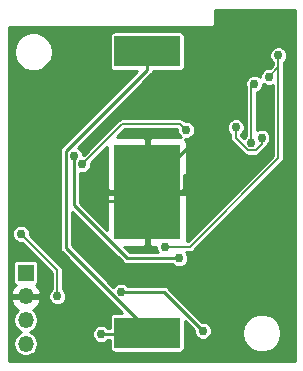
<source format=gbr>
G04 #@! TF.GenerationSoftware,KiCad,Pcbnew,(5.0.2)-1*
G04 #@! TF.CreationDate,2019-06-13T12:32:46-04:00*
G04 #@! TF.ProjectId,BlueNRG-SPBTLE-1S ACM,426c7565-4e52-4472-9d53-5042544c452d,rev?*
G04 #@! TF.SameCoordinates,Original*
G04 #@! TF.FileFunction,Copper,L2,Bot*
G04 #@! TF.FilePolarity,Positive*
%FSLAX46Y46*%
G04 Gerber Fmt 4.6, Leading zero omitted, Abs format (unit mm)*
G04 Created by KiCad (PCBNEW (5.0.2)-1) date 6/13/2019 12:32:46 PM*
%MOMM*%
%LPD*%
G01*
G04 APERTURE LIST*
G04 #@! TA.AperFunction,SMDPad,CuDef*
%ADD10R,5.560000X8.000000*%
G04 #@! TD*
G04 #@! TA.AperFunction,SMDPad,CuDef*
%ADD11R,5.560000X2.600000*%
G04 #@! TD*
G04 #@! TA.AperFunction,ComponentPad*
%ADD12R,1.350000X1.350000*%
G04 #@! TD*
G04 #@! TA.AperFunction,ComponentPad*
%ADD13O,1.350000X1.350000*%
G04 #@! TD*
G04 #@! TA.AperFunction,ViaPad*
%ADD14C,0.762000*%
G04 #@! TD*
G04 #@! TA.AperFunction,Conductor*
%ADD15C,0.254000*%
G04 #@! TD*
G04 #@! TA.AperFunction,Conductor*
%ADD16C,0.160000*%
G04 #@! TD*
G04 APERTURE END LIST*
D10*
G04 #@! TO.P,BT1,2*
G04 #@! TO.N,GND*
X150114000Y-82329000D03*
D11*
G04 #@! TO.P,BT1,1*
G04 #@! TO.N,Net-(BT1-Pad1)*
X150114000Y-94234000D03*
X150114000Y-70424000D03*
G04 #@! TD*
D12*
G04 #@! TO.P,J1,1*
G04 #@! TO.N,Vdd*
X139822000Y-89158000D03*
D13*
G04 #@! TO.P,J1,2*
G04 #@! TO.N,GND*
X139822000Y-91158000D03*
G04 #@! TO.P,J1,3*
G04 #@! TO.N,JTMS-SWTDIO*
X139822000Y-93158000D03*
G04 #@! TO.P,J1,4*
G04 #@! TO.N,JTCK-SWCTK*
X139822000Y-95158000D03*
G04 #@! TD*
D14*
G04 #@! TO.N,GND*
X142522000Y-77258000D03*
X142322000Y-83058000D03*
X146322000Y-83058000D03*
X159722000Y-75858000D03*
X154722000Y-77358000D03*
X153922000Y-73058000D03*
X152322000Y-77358000D03*
X160322000Y-87758000D03*
X142122000Y-94558000D03*
X157022000Y-80058000D03*
X154822000Y-82158000D03*
G04 #@! TO.N,Vdd*
X152822000Y-87958000D03*
X143922000Y-79258000D03*
G04 #@! TO.N,Net-(C5-Pad1)*
X160443000Y-72558000D03*
X161222000Y-70758000D03*
X151622000Y-86958000D03*
G04 #@! TO.N,JTMS-SWTDIO*
X142522000Y-91158000D03*
X139422000Y-85858000D03*
X144622000Y-79958000D03*
X153422000Y-77058000D03*
G04 #@! TO.N,SPI_CLK*
X159822000Y-77758000D03*
X157622000Y-76858000D03*
G04 #@! TO.N,SPI_OUT*
X158935114Y-78171114D03*
X159201000Y-73158000D03*
G04 #@! TO.N,Net-(BT1-Pad1)*
X146222000Y-94358000D03*
G04 #@! TO.N,Net-(C6-Pad2)*
X154822000Y-94058000D03*
X147922000Y-90758000D03*
G04 #@! TD*
D15*
G04 #@! TO.N,GND*
X142522000Y-77258000D02*
X142522000Y-82858000D01*
X142522000Y-82858000D02*
X142322000Y-83058000D01*
X160490001Y-76626001D02*
X160490001Y-78147844D01*
X159722000Y-75858000D02*
X160490001Y-76626001D01*
X157022000Y-80596815D02*
X156879845Y-80738970D01*
X160490001Y-78147844D02*
X156879845Y-81758000D01*
X150114000Y-81966000D02*
X150114000Y-82329000D01*
X154722000Y-77358000D02*
X150114000Y-81966000D01*
X157022000Y-80058000D02*
X157022000Y-80596815D01*
X150114000Y-82329000D02*
X152993000Y-82329000D01*
X152993000Y-82329000D02*
X153222000Y-82100000D01*
X153222000Y-82100000D02*
X153222000Y-80858000D01*
X153222000Y-80858000D02*
X156879845Y-80858000D01*
X156879845Y-80738970D02*
X156879845Y-80858000D01*
X156879845Y-80858000D02*
X156879845Y-81758000D01*
X149385000Y-83058000D02*
X150114000Y-82329000D01*
X146322000Y-83058000D02*
X149385000Y-83058000D01*
G04 #@! TO.N,Vdd*
X148422000Y-87958000D02*
X143922000Y-83458000D01*
X152822000Y-87958000D02*
X148422000Y-87958000D01*
X143922000Y-83458000D02*
X143922000Y-79258000D01*
X143922000Y-79258000D02*
X143922000Y-79258000D01*
D16*
G04 #@! TO.N,Net-(C5-Pad1)*
X160443000Y-72558000D02*
X161222000Y-71779000D01*
X161222000Y-71779000D02*
X161222000Y-70758000D01*
X161222000Y-71296815D02*
X161222000Y-70758000D01*
X161222000Y-79458000D02*
X161222000Y-71296815D01*
X153722000Y-86958000D02*
X161222000Y-79458000D01*
X151622000Y-86958000D02*
X153722000Y-86958000D01*
G04 #@! TO.N,JTMS-SWTDIO*
X142522000Y-91158000D02*
X142522000Y-88958000D01*
X142522000Y-88958000D02*
X139422000Y-85858000D01*
X152922000Y-76558000D02*
X153422000Y-77058000D01*
X144622000Y-79958000D02*
X148022000Y-76558000D01*
X148022000Y-76558000D02*
X152922000Y-76558000D01*
G04 #@! TO.N,SPI_CLK*
X157622000Y-77777082D02*
X157622000Y-76858000D01*
X158637033Y-78792115D02*
X157622000Y-77777082D01*
X159326700Y-78792115D02*
X158637033Y-78792115D01*
X159822000Y-77758000D02*
X159822000Y-78296815D01*
X159822000Y-78296815D02*
X159326700Y-78792115D01*
G04 #@! TO.N,SPI_OUT*
X158935114Y-78171114D02*
X158935114Y-73423886D01*
X158935114Y-73423886D02*
X159201000Y-73158000D01*
D15*
G04 #@! TO.N,Net-(BT1-Pad1)*
X149990000Y-94358000D02*
X150114000Y-94234000D01*
X146222000Y-94358000D02*
X149990000Y-94358000D01*
X150114000Y-93938642D02*
X143222000Y-87046642D01*
X150114000Y-94234000D02*
X150114000Y-93938642D01*
X150114000Y-71978000D02*
X150114000Y-70424000D01*
X143222000Y-78870000D02*
X150114000Y-71978000D01*
X143222000Y-87046642D02*
X143222000Y-78870000D01*
G04 #@! TO.N,Net-(C6-Pad2)*
X154822000Y-94058000D02*
X151522000Y-90758000D01*
X151522000Y-90758000D02*
X147922000Y-90758000D01*
G04 #@! TD*
G04 #@! TO.N,GND*
G36*
X162606301Y-96606300D02*
X138393700Y-96606300D01*
X138393700Y-91487400D01*
X138554090Y-91487400D01*
X138692522Y-91821633D01*
X139032460Y-92203349D01*
X139216650Y-92292442D01*
X139060667Y-92396667D01*
X138827270Y-92745969D01*
X138745312Y-93158000D01*
X138827270Y-93570031D01*
X139060667Y-93919333D01*
X139409969Y-94152730D01*
X139436463Y-94158000D01*
X139409969Y-94163270D01*
X139060667Y-94396667D01*
X138827270Y-94745969D01*
X138745312Y-95158000D01*
X138827270Y-95570031D01*
X139060667Y-95919333D01*
X139409969Y-96152730D01*
X139717994Y-96214000D01*
X139926006Y-96214000D01*
X140234031Y-96152730D01*
X140583333Y-95919333D01*
X140816730Y-95570031D01*
X140898688Y-95158000D01*
X140816730Y-94745969D01*
X140583333Y-94396667D01*
X140234031Y-94163270D01*
X140207537Y-94158000D01*
X140234031Y-94152730D01*
X140583333Y-93919333D01*
X140816730Y-93570031D01*
X140898688Y-93158000D01*
X140816730Y-92745969D01*
X140583333Y-92396667D01*
X140427350Y-92292442D01*
X140611540Y-92203349D01*
X140951478Y-91821633D01*
X141089910Y-91487400D01*
X140966224Y-91285000D01*
X139949000Y-91285000D01*
X139949000Y-91305000D01*
X139695000Y-91305000D01*
X139695000Y-91285000D01*
X138677776Y-91285000D01*
X138554090Y-91487400D01*
X138393700Y-91487400D01*
X138393700Y-90828600D01*
X138554090Y-90828600D01*
X138677776Y-91031000D01*
X139695000Y-91031000D01*
X139695000Y-91011000D01*
X139949000Y-91011000D01*
X139949000Y-91031000D01*
X140966224Y-91031000D01*
X141089910Y-90828600D01*
X140951478Y-90494367D01*
X140668512Y-90176624D01*
X140771686Y-90107686D01*
X140855894Y-89981659D01*
X140885464Y-89833000D01*
X140885464Y-88483000D01*
X140855894Y-88334341D01*
X140771686Y-88208314D01*
X140645659Y-88124106D01*
X140497000Y-88094536D01*
X139147000Y-88094536D01*
X138998341Y-88124106D01*
X138872314Y-88208314D01*
X138788106Y-88334341D01*
X138758536Y-88483000D01*
X138758536Y-89833000D01*
X138788106Y-89981659D01*
X138872314Y-90107686D01*
X138975488Y-90176624D01*
X138692522Y-90494367D01*
X138554090Y-90828600D01*
X138393700Y-90828600D01*
X138393700Y-85706429D01*
X138660000Y-85706429D01*
X138660000Y-86009571D01*
X138776008Y-86289638D01*
X138990362Y-86503992D01*
X139270429Y-86620000D01*
X139532048Y-86620000D01*
X142061001Y-89148954D01*
X142061000Y-90541370D01*
X141876008Y-90726362D01*
X141760000Y-91006429D01*
X141760000Y-91309571D01*
X141876008Y-91589638D01*
X142090362Y-91803992D01*
X142370429Y-91920000D01*
X142673571Y-91920000D01*
X142953638Y-91803992D01*
X143167992Y-91589638D01*
X143284000Y-91309571D01*
X143284000Y-91006429D01*
X143167992Y-90726362D01*
X142983000Y-90541370D01*
X142983000Y-89003396D01*
X142992030Y-88957999D01*
X142983000Y-88912602D01*
X142983000Y-88912598D01*
X142956252Y-88778127D01*
X142854362Y-88625638D01*
X142815874Y-88599921D01*
X140184000Y-85968048D01*
X140184000Y-85706429D01*
X140067992Y-85426362D01*
X139853638Y-85212008D01*
X139573571Y-85096000D01*
X139270429Y-85096000D01*
X138990362Y-85212008D01*
X138776008Y-85426362D01*
X138660000Y-85706429D01*
X138393700Y-85706429D01*
X138393700Y-78870000D01*
X142704049Y-78870000D01*
X142714001Y-78920033D01*
X142714000Y-86996614D01*
X142704049Y-87046642D01*
X142714000Y-87096670D01*
X142714000Y-87096673D01*
X142743475Y-87244853D01*
X142788347Y-87312008D01*
X142855753Y-87412889D01*
X142898168Y-87441230D01*
X148002473Y-92545536D01*
X147334000Y-92545536D01*
X147185341Y-92575106D01*
X147059314Y-92659314D01*
X146975106Y-92785341D01*
X146945536Y-92934000D01*
X146945536Y-93850000D01*
X146791630Y-93850000D01*
X146653638Y-93712008D01*
X146373571Y-93596000D01*
X146070429Y-93596000D01*
X145790362Y-93712008D01*
X145576008Y-93926362D01*
X145460000Y-94206429D01*
X145460000Y-94509571D01*
X145576008Y-94789638D01*
X145790362Y-95003992D01*
X146070429Y-95120000D01*
X146373571Y-95120000D01*
X146653638Y-95003992D01*
X146791630Y-94866000D01*
X146945536Y-94866000D01*
X146945536Y-95534000D01*
X146975106Y-95682659D01*
X147059314Y-95808686D01*
X147185341Y-95892894D01*
X147334000Y-95922464D01*
X152894000Y-95922464D01*
X153042659Y-95892894D01*
X153168686Y-95808686D01*
X153252894Y-95682659D01*
X153282464Y-95534000D01*
X153282464Y-93236885D01*
X154060000Y-94014421D01*
X154060000Y-94209571D01*
X154176008Y-94489638D01*
X154390362Y-94703992D01*
X154670429Y-94820000D01*
X154973571Y-94820000D01*
X155253638Y-94703992D01*
X155467992Y-94489638D01*
X155563939Y-94258000D01*
X158158300Y-94258000D01*
X158258633Y-94827019D01*
X158547532Y-95327406D01*
X158990150Y-95698806D01*
X159533102Y-95896425D01*
X160110898Y-95896425D01*
X160653850Y-95698806D01*
X161096468Y-95327406D01*
X161385367Y-94827019D01*
X161485700Y-94258000D01*
X161385367Y-93688981D01*
X161096468Y-93188594D01*
X160653850Y-92817194D01*
X160110898Y-92619575D01*
X159533102Y-92619575D01*
X158990150Y-92817194D01*
X158547532Y-93188594D01*
X158258633Y-93688981D01*
X158158300Y-94258000D01*
X155563939Y-94258000D01*
X155584000Y-94209571D01*
X155584000Y-93906429D01*
X155467992Y-93626362D01*
X155253638Y-93412008D01*
X154973571Y-93296000D01*
X154778421Y-93296000D01*
X151916588Y-90434168D01*
X151888247Y-90391753D01*
X151720212Y-90279475D01*
X151572032Y-90250000D01*
X151572028Y-90250000D01*
X151522000Y-90240049D01*
X151471972Y-90250000D01*
X148491630Y-90250000D01*
X148353638Y-90112008D01*
X148073571Y-89996000D01*
X147770429Y-89996000D01*
X147490362Y-90112008D01*
X147276008Y-90326362D01*
X147259645Y-90365866D01*
X143730000Y-86836222D01*
X143730000Y-83984420D01*
X148027414Y-88281835D01*
X148055753Y-88324247D01*
X148098165Y-88352586D01*
X148098167Y-88352588D01*
X148223788Y-88436525D01*
X148371968Y-88466000D01*
X148371971Y-88466000D01*
X148421999Y-88475951D01*
X148472027Y-88466000D01*
X152252370Y-88466000D01*
X152390362Y-88603992D01*
X152670429Y-88720000D01*
X152973571Y-88720000D01*
X153253638Y-88603992D01*
X153467992Y-88389638D01*
X153584000Y-88109571D01*
X153584000Y-87806429D01*
X153467992Y-87526362D01*
X153360630Y-87419000D01*
X153676603Y-87419000D01*
X153722000Y-87428030D01*
X153767397Y-87419000D01*
X153767402Y-87419000D01*
X153901873Y-87392252D01*
X154054362Y-87290362D01*
X154080081Y-87251871D01*
X161515872Y-79816080D01*
X161554362Y-79790362D01*
X161656252Y-79637873D01*
X161683000Y-79503402D01*
X161683000Y-79503401D01*
X161692031Y-79458000D01*
X161683000Y-79412598D01*
X161683000Y-71824398D01*
X161692030Y-71779001D01*
X161683000Y-71733604D01*
X161683000Y-71374630D01*
X161867992Y-71189638D01*
X161984000Y-70909571D01*
X161984000Y-70606429D01*
X161867992Y-70326362D01*
X161653638Y-70112008D01*
X161373571Y-69996000D01*
X161070429Y-69996000D01*
X160790362Y-70112008D01*
X160576008Y-70326362D01*
X160460000Y-70606429D01*
X160460000Y-70909571D01*
X160576008Y-71189638D01*
X160761000Y-71374630D01*
X160761000Y-71588047D01*
X160553047Y-71796000D01*
X160291429Y-71796000D01*
X160011362Y-71912008D01*
X159797008Y-72126362D01*
X159681000Y-72406429D01*
X159681000Y-72560370D01*
X159632638Y-72512008D01*
X159352571Y-72396000D01*
X159049429Y-72396000D01*
X158769362Y-72512008D01*
X158555008Y-72726362D01*
X158439000Y-73006429D01*
X158439000Y-73309571D01*
X158471984Y-73389200D01*
X158465084Y-73423886D01*
X158474115Y-73469288D01*
X158474114Y-77554484D01*
X158289122Y-77739476D01*
X158273664Y-77776794D01*
X158083000Y-77586130D01*
X158083000Y-77474630D01*
X158267992Y-77289638D01*
X158384000Y-77009571D01*
X158384000Y-76706429D01*
X158267992Y-76426362D01*
X158053638Y-76212008D01*
X157773571Y-76096000D01*
X157470429Y-76096000D01*
X157190362Y-76212008D01*
X156976008Y-76426362D01*
X156860000Y-76706429D01*
X156860000Y-77009571D01*
X156976008Y-77289638D01*
X157161000Y-77474630D01*
X157161000Y-77731685D01*
X157151970Y-77777082D01*
X157161000Y-77822479D01*
X157161000Y-77822483D01*
X157187748Y-77956954D01*
X157289638Y-78109444D01*
X157328129Y-78135163D01*
X158278952Y-79085986D01*
X158304671Y-79124477D01*
X158457160Y-79226367D01*
X158591631Y-79253115D01*
X158591635Y-79253115D01*
X158637032Y-79262145D01*
X158682429Y-79253115D01*
X159281303Y-79253115D01*
X159326700Y-79262145D01*
X159372097Y-79253115D01*
X159372102Y-79253115D01*
X159506573Y-79226367D01*
X159659062Y-79124477D01*
X159684780Y-79085987D01*
X160115874Y-78654894D01*
X160154362Y-78629177D01*
X160256252Y-78476688D01*
X160274952Y-78382678D01*
X160467992Y-78189638D01*
X160584000Y-77909571D01*
X160584000Y-77606429D01*
X160467992Y-77326362D01*
X160253638Y-77112008D01*
X159973571Y-76996000D01*
X159670429Y-76996000D01*
X159396114Y-77109625D01*
X159396114Y-73901964D01*
X159632638Y-73803992D01*
X159846992Y-73589638D01*
X159963000Y-73309571D01*
X159963000Y-73155630D01*
X160011362Y-73203992D01*
X160291429Y-73320000D01*
X160594571Y-73320000D01*
X160761001Y-73251062D01*
X160761000Y-79267048D01*
X153531048Y-86497000D01*
X153511731Y-86497000D01*
X153529000Y-86455309D01*
X153529000Y-82614750D01*
X153370250Y-82456000D01*
X150241000Y-82456000D01*
X150241000Y-86805250D01*
X150399750Y-86964000D01*
X150860000Y-86964000D01*
X150860000Y-87109571D01*
X150976008Y-87389638D01*
X151036370Y-87450000D01*
X148632421Y-87450000D01*
X148146421Y-86964000D01*
X149828250Y-86964000D01*
X149987000Y-86805250D01*
X149987000Y-82456000D01*
X146857750Y-82456000D01*
X146699000Y-82614750D01*
X146699000Y-85516579D01*
X144430000Y-83247580D01*
X144430000Y-80703254D01*
X144470429Y-80720000D01*
X144773571Y-80720000D01*
X145053638Y-80603992D01*
X145267992Y-80389638D01*
X145384000Y-80109571D01*
X145384000Y-79847952D01*
X146699000Y-78532953D01*
X146699000Y-82043250D01*
X146857750Y-82202000D01*
X149987000Y-82202000D01*
X149987000Y-77852750D01*
X149828250Y-77694000D01*
X147537953Y-77694000D01*
X148212953Y-77019000D01*
X152660000Y-77019000D01*
X152660000Y-77209571D01*
X152776008Y-77489638D01*
X152980370Y-77694000D01*
X150399750Y-77694000D01*
X150241000Y-77852750D01*
X150241000Y-82202000D01*
X153370250Y-82202000D01*
X153529000Y-82043250D01*
X153529000Y-78202691D01*
X153432327Y-77969302D01*
X153283026Y-77820000D01*
X153573571Y-77820000D01*
X153853638Y-77703992D01*
X154067992Y-77489638D01*
X154184000Y-77209571D01*
X154184000Y-76906429D01*
X154067992Y-76626362D01*
X153853638Y-76412008D01*
X153573571Y-76296000D01*
X153311952Y-76296000D01*
X153280080Y-76264128D01*
X153254362Y-76225638D01*
X153101873Y-76123748D01*
X152967402Y-76097000D01*
X152967397Y-76097000D01*
X152922000Y-76087970D01*
X152876603Y-76097000D01*
X148067396Y-76097000D01*
X148021999Y-76087970D01*
X147976602Y-76097000D01*
X147976598Y-76097000D01*
X147842127Y-76123748D01*
X147842125Y-76123749D01*
X147842126Y-76123749D01*
X147728127Y-76199920D01*
X147728126Y-76199921D01*
X147689638Y-76225638D01*
X147663921Y-76264126D01*
X144732048Y-79196000D01*
X144684000Y-79196000D01*
X144684000Y-79106429D01*
X144567992Y-78826362D01*
X144353638Y-78612008D01*
X144243877Y-78566543D01*
X150437836Y-72372585D01*
X150480247Y-72344247D01*
X150508586Y-72301835D01*
X150508588Y-72301833D01*
X150592525Y-72176212D01*
X150605205Y-72112464D01*
X152894000Y-72112464D01*
X153042659Y-72082894D01*
X153168686Y-71998686D01*
X153252894Y-71872659D01*
X153282464Y-71724000D01*
X153282464Y-69124000D01*
X153252894Y-68975341D01*
X153168686Y-68849314D01*
X153042659Y-68765106D01*
X152894000Y-68735536D01*
X147334000Y-68735536D01*
X147185341Y-68765106D01*
X147059314Y-68849314D01*
X146975106Y-68975341D01*
X146945536Y-69124000D01*
X146945536Y-71724000D01*
X146975106Y-71872659D01*
X147059314Y-71998686D01*
X147185341Y-72082894D01*
X147334000Y-72112464D01*
X149261115Y-72112464D01*
X142898166Y-78475414D01*
X142855754Y-78503753D01*
X142827415Y-78546165D01*
X142827412Y-78546168D01*
X142743475Y-78671789D01*
X142704049Y-78870000D01*
X138393700Y-78870000D01*
X138393700Y-70458000D01*
X138798300Y-70458000D01*
X138898633Y-71027019D01*
X139187532Y-71527406D01*
X139630150Y-71898806D01*
X140173102Y-72096425D01*
X140750898Y-72096425D01*
X141293850Y-71898806D01*
X141736468Y-71527406D01*
X142025367Y-71027019D01*
X142125700Y-70458000D01*
X142025367Y-69888981D01*
X141736468Y-69388594D01*
X141293850Y-69017194D01*
X140750898Y-68819575D01*
X140173102Y-68819575D01*
X139630150Y-69017194D01*
X139187532Y-69388594D01*
X138898633Y-69888981D01*
X138798300Y-70458000D01*
X138393700Y-70458000D01*
X138393700Y-68393700D01*
X155461225Y-68393700D01*
X155500000Y-68401413D01*
X155653614Y-68370857D01*
X155783842Y-68283842D01*
X155870857Y-68153614D01*
X155893700Y-68038776D01*
X155901413Y-68000000D01*
X155893700Y-67961224D01*
X155893700Y-66893700D01*
X162606300Y-66893700D01*
X162606301Y-96606300D01*
X162606301Y-96606300D01*
G37*
X162606301Y-96606300D02*
X138393700Y-96606300D01*
X138393700Y-91487400D01*
X138554090Y-91487400D01*
X138692522Y-91821633D01*
X139032460Y-92203349D01*
X139216650Y-92292442D01*
X139060667Y-92396667D01*
X138827270Y-92745969D01*
X138745312Y-93158000D01*
X138827270Y-93570031D01*
X139060667Y-93919333D01*
X139409969Y-94152730D01*
X139436463Y-94158000D01*
X139409969Y-94163270D01*
X139060667Y-94396667D01*
X138827270Y-94745969D01*
X138745312Y-95158000D01*
X138827270Y-95570031D01*
X139060667Y-95919333D01*
X139409969Y-96152730D01*
X139717994Y-96214000D01*
X139926006Y-96214000D01*
X140234031Y-96152730D01*
X140583333Y-95919333D01*
X140816730Y-95570031D01*
X140898688Y-95158000D01*
X140816730Y-94745969D01*
X140583333Y-94396667D01*
X140234031Y-94163270D01*
X140207537Y-94158000D01*
X140234031Y-94152730D01*
X140583333Y-93919333D01*
X140816730Y-93570031D01*
X140898688Y-93158000D01*
X140816730Y-92745969D01*
X140583333Y-92396667D01*
X140427350Y-92292442D01*
X140611540Y-92203349D01*
X140951478Y-91821633D01*
X141089910Y-91487400D01*
X140966224Y-91285000D01*
X139949000Y-91285000D01*
X139949000Y-91305000D01*
X139695000Y-91305000D01*
X139695000Y-91285000D01*
X138677776Y-91285000D01*
X138554090Y-91487400D01*
X138393700Y-91487400D01*
X138393700Y-90828600D01*
X138554090Y-90828600D01*
X138677776Y-91031000D01*
X139695000Y-91031000D01*
X139695000Y-91011000D01*
X139949000Y-91011000D01*
X139949000Y-91031000D01*
X140966224Y-91031000D01*
X141089910Y-90828600D01*
X140951478Y-90494367D01*
X140668512Y-90176624D01*
X140771686Y-90107686D01*
X140855894Y-89981659D01*
X140885464Y-89833000D01*
X140885464Y-88483000D01*
X140855894Y-88334341D01*
X140771686Y-88208314D01*
X140645659Y-88124106D01*
X140497000Y-88094536D01*
X139147000Y-88094536D01*
X138998341Y-88124106D01*
X138872314Y-88208314D01*
X138788106Y-88334341D01*
X138758536Y-88483000D01*
X138758536Y-89833000D01*
X138788106Y-89981659D01*
X138872314Y-90107686D01*
X138975488Y-90176624D01*
X138692522Y-90494367D01*
X138554090Y-90828600D01*
X138393700Y-90828600D01*
X138393700Y-85706429D01*
X138660000Y-85706429D01*
X138660000Y-86009571D01*
X138776008Y-86289638D01*
X138990362Y-86503992D01*
X139270429Y-86620000D01*
X139532048Y-86620000D01*
X142061001Y-89148954D01*
X142061000Y-90541370D01*
X141876008Y-90726362D01*
X141760000Y-91006429D01*
X141760000Y-91309571D01*
X141876008Y-91589638D01*
X142090362Y-91803992D01*
X142370429Y-91920000D01*
X142673571Y-91920000D01*
X142953638Y-91803992D01*
X143167992Y-91589638D01*
X143284000Y-91309571D01*
X143284000Y-91006429D01*
X143167992Y-90726362D01*
X142983000Y-90541370D01*
X142983000Y-89003396D01*
X142992030Y-88957999D01*
X142983000Y-88912602D01*
X142983000Y-88912598D01*
X142956252Y-88778127D01*
X142854362Y-88625638D01*
X142815874Y-88599921D01*
X140184000Y-85968048D01*
X140184000Y-85706429D01*
X140067992Y-85426362D01*
X139853638Y-85212008D01*
X139573571Y-85096000D01*
X139270429Y-85096000D01*
X138990362Y-85212008D01*
X138776008Y-85426362D01*
X138660000Y-85706429D01*
X138393700Y-85706429D01*
X138393700Y-78870000D01*
X142704049Y-78870000D01*
X142714001Y-78920033D01*
X142714000Y-86996614D01*
X142704049Y-87046642D01*
X142714000Y-87096670D01*
X142714000Y-87096673D01*
X142743475Y-87244853D01*
X142788347Y-87312008D01*
X142855753Y-87412889D01*
X142898168Y-87441230D01*
X148002473Y-92545536D01*
X147334000Y-92545536D01*
X147185341Y-92575106D01*
X147059314Y-92659314D01*
X146975106Y-92785341D01*
X146945536Y-92934000D01*
X146945536Y-93850000D01*
X146791630Y-93850000D01*
X146653638Y-93712008D01*
X146373571Y-93596000D01*
X146070429Y-93596000D01*
X145790362Y-93712008D01*
X145576008Y-93926362D01*
X145460000Y-94206429D01*
X145460000Y-94509571D01*
X145576008Y-94789638D01*
X145790362Y-95003992D01*
X146070429Y-95120000D01*
X146373571Y-95120000D01*
X146653638Y-95003992D01*
X146791630Y-94866000D01*
X146945536Y-94866000D01*
X146945536Y-95534000D01*
X146975106Y-95682659D01*
X147059314Y-95808686D01*
X147185341Y-95892894D01*
X147334000Y-95922464D01*
X152894000Y-95922464D01*
X153042659Y-95892894D01*
X153168686Y-95808686D01*
X153252894Y-95682659D01*
X153282464Y-95534000D01*
X153282464Y-93236885D01*
X154060000Y-94014421D01*
X154060000Y-94209571D01*
X154176008Y-94489638D01*
X154390362Y-94703992D01*
X154670429Y-94820000D01*
X154973571Y-94820000D01*
X155253638Y-94703992D01*
X155467992Y-94489638D01*
X155563939Y-94258000D01*
X158158300Y-94258000D01*
X158258633Y-94827019D01*
X158547532Y-95327406D01*
X158990150Y-95698806D01*
X159533102Y-95896425D01*
X160110898Y-95896425D01*
X160653850Y-95698806D01*
X161096468Y-95327406D01*
X161385367Y-94827019D01*
X161485700Y-94258000D01*
X161385367Y-93688981D01*
X161096468Y-93188594D01*
X160653850Y-92817194D01*
X160110898Y-92619575D01*
X159533102Y-92619575D01*
X158990150Y-92817194D01*
X158547532Y-93188594D01*
X158258633Y-93688981D01*
X158158300Y-94258000D01*
X155563939Y-94258000D01*
X155584000Y-94209571D01*
X155584000Y-93906429D01*
X155467992Y-93626362D01*
X155253638Y-93412008D01*
X154973571Y-93296000D01*
X154778421Y-93296000D01*
X151916588Y-90434168D01*
X151888247Y-90391753D01*
X151720212Y-90279475D01*
X151572032Y-90250000D01*
X151572028Y-90250000D01*
X151522000Y-90240049D01*
X151471972Y-90250000D01*
X148491630Y-90250000D01*
X148353638Y-90112008D01*
X148073571Y-89996000D01*
X147770429Y-89996000D01*
X147490362Y-90112008D01*
X147276008Y-90326362D01*
X147259645Y-90365866D01*
X143730000Y-86836222D01*
X143730000Y-83984420D01*
X148027414Y-88281835D01*
X148055753Y-88324247D01*
X148098165Y-88352586D01*
X148098167Y-88352588D01*
X148223788Y-88436525D01*
X148371968Y-88466000D01*
X148371971Y-88466000D01*
X148421999Y-88475951D01*
X148472027Y-88466000D01*
X152252370Y-88466000D01*
X152390362Y-88603992D01*
X152670429Y-88720000D01*
X152973571Y-88720000D01*
X153253638Y-88603992D01*
X153467992Y-88389638D01*
X153584000Y-88109571D01*
X153584000Y-87806429D01*
X153467992Y-87526362D01*
X153360630Y-87419000D01*
X153676603Y-87419000D01*
X153722000Y-87428030D01*
X153767397Y-87419000D01*
X153767402Y-87419000D01*
X153901873Y-87392252D01*
X154054362Y-87290362D01*
X154080081Y-87251871D01*
X161515872Y-79816080D01*
X161554362Y-79790362D01*
X161656252Y-79637873D01*
X161683000Y-79503402D01*
X161683000Y-79503401D01*
X161692031Y-79458000D01*
X161683000Y-79412598D01*
X161683000Y-71824398D01*
X161692030Y-71779001D01*
X161683000Y-71733604D01*
X161683000Y-71374630D01*
X161867992Y-71189638D01*
X161984000Y-70909571D01*
X161984000Y-70606429D01*
X161867992Y-70326362D01*
X161653638Y-70112008D01*
X161373571Y-69996000D01*
X161070429Y-69996000D01*
X160790362Y-70112008D01*
X160576008Y-70326362D01*
X160460000Y-70606429D01*
X160460000Y-70909571D01*
X160576008Y-71189638D01*
X160761000Y-71374630D01*
X160761000Y-71588047D01*
X160553047Y-71796000D01*
X160291429Y-71796000D01*
X160011362Y-71912008D01*
X159797008Y-72126362D01*
X159681000Y-72406429D01*
X159681000Y-72560370D01*
X159632638Y-72512008D01*
X159352571Y-72396000D01*
X159049429Y-72396000D01*
X158769362Y-72512008D01*
X158555008Y-72726362D01*
X158439000Y-73006429D01*
X158439000Y-73309571D01*
X158471984Y-73389200D01*
X158465084Y-73423886D01*
X158474115Y-73469288D01*
X158474114Y-77554484D01*
X158289122Y-77739476D01*
X158273664Y-77776794D01*
X158083000Y-77586130D01*
X158083000Y-77474630D01*
X158267992Y-77289638D01*
X158384000Y-77009571D01*
X158384000Y-76706429D01*
X158267992Y-76426362D01*
X158053638Y-76212008D01*
X157773571Y-76096000D01*
X157470429Y-76096000D01*
X157190362Y-76212008D01*
X156976008Y-76426362D01*
X156860000Y-76706429D01*
X156860000Y-77009571D01*
X156976008Y-77289638D01*
X157161000Y-77474630D01*
X157161000Y-77731685D01*
X157151970Y-77777082D01*
X157161000Y-77822479D01*
X157161000Y-77822483D01*
X157187748Y-77956954D01*
X157289638Y-78109444D01*
X157328129Y-78135163D01*
X158278952Y-79085986D01*
X158304671Y-79124477D01*
X158457160Y-79226367D01*
X158591631Y-79253115D01*
X158591635Y-79253115D01*
X158637032Y-79262145D01*
X158682429Y-79253115D01*
X159281303Y-79253115D01*
X159326700Y-79262145D01*
X159372097Y-79253115D01*
X159372102Y-79253115D01*
X159506573Y-79226367D01*
X159659062Y-79124477D01*
X159684780Y-79085987D01*
X160115874Y-78654894D01*
X160154362Y-78629177D01*
X160256252Y-78476688D01*
X160274952Y-78382678D01*
X160467992Y-78189638D01*
X160584000Y-77909571D01*
X160584000Y-77606429D01*
X160467992Y-77326362D01*
X160253638Y-77112008D01*
X159973571Y-76996000D01*
X159670429Y-76996000D01*
X159396114Y-77109625D01*
X159396114Y-73901964D01*
X159632638Y-73803992D01*
X159846992Y-73589638D01*
X159963000Y-73309571D01*
X159963000Y-73155630D01*
X160011362Y-73203992D01*
X160291429Y-73320000D01*
X160594571Y-73320000D01*
X160761001Y-73251062D01*
X160761000Y-79267048D01*
X153531048Y-86497000D01*
X153511731Y-86497000D01*
X153529000Y-86455309D01*
X153529000Y-82614750D01*
X153370250Y-82456000D01*
X150241000Y-82456000D01*
X150241000Y-86805250D01*
X150399750Y-86964000D01*
X150860000Y-86964000D01*
X150860000Y-87109571D01*
X150976008Y-87389638D01*
X151036370Y-87450000D01*
X148632421Y-87450000D01*
X148146421Y-86964000D01*
X149828250Y-86964000D01*
X149987000Y-86805250D01*
X149987000Y-82456000D01*
X146857750Y-82456000D01*
X146699000Y-82614750D01*
X146699000Y-85516579D01*
X144430000Y-83247580D01*
X144430000Y-80703254D01*
X144470429Y-80720000D01*
X144773571Y-80720000D01*
X145053638Y-80603992D01*
X145267992Y-80389638D01*
X145384000Y-80109571D01*
X145384000Y-79847952D01*
X146699000Y-78532953D01*
X146699000Y-82043250D01*
X146857750Y-82202000D01*
X149987000Y-82202000D01*
X149987000Y-77852750D01*
X149828250Y-77694000D01*
X147537953Y-77694000D01*
X148212953Y-77019000D01*
X152660000Y-77019000D01*
X152660000Y-77209571D01*
X152776008Y-77489638D01*
X152980370Y-77694000D01*
X150399750Y-77694000D01*
X150241000Y-77852750D01*
X150241000Y-82202000D01*
X153370250Y-82202000D01*
X153529000Y-82043250D01*
X153529000Y-78202691D01*
X153432327Y-77969302D01*
X153283026Y-77820000D01*
X153573571Y-77820000D01*
X153853638Y-77703992D01*
X154067992Y-77489638D01*
X154184000Y-77209571D01*
X154184000Y-76906429D01*
X154067992Y-76626362D01*
X153853638Y-76412008D01*
X153573571Y-76296000D01*
X153311952Y-76296000D01*
X153280080Y-76264128D01*
X153254362Y-76225638D01*
X153101873Y-76123748D01*
X152967402Y-76097000D01*
X152967397Y-76097000D01*
X152922000Y-76087970D01*
X152876603Y-76097000D01*
X148067396Y-76097000D01*
X148021999Y-76087970D01*
X147976602Y-76097000D01*
X147976598Y-76097000D01*
X147842127Y-76123748D01*
X147842125Y-76123749D01*
X147842126Y-76123749D01*
X147728127Y-76199920D01*
X147728126Y-76199921D01*
X147689638Y-76225638D01*
X147663921Y-76264126D01*
X144732048Y-79196000D01*
X144684000Y-79196000D01*
X144684000Y-79106429D01*
X144567992Y-78826362D01*
X144353638Y-78612008D01*
X144243877Y-78566543D01*
X150437836Y-72372585D01*
X150480247Y-72344247D01*
X150508586Y-72301835D01*
X150508588Y-72301833D01*
X150592525Y-72176212D01*
X150605205Y-72112464D01*
X152894000Y-72112464D01*
X153042659Y-72082894D01*
X153168686Y-71998686D01*
X153252894Y-71872659D01*
X153282464Y-71724000D01*
X153282464Y-69124000D01*
X153252894Y-68975341D01*
X153168686Y-68849314D01*
X153042659Y-68765106D01*
X152894000Y-68735536D01*
X147334000Y-68735536D01*
X147185341Y-68765106D01*
X147059314Y-68849314D01*
X146975106Y-68975341D01*
X146945536Y-69124000D01*
X146945536Y-71724000D01*
X146975106Y-71872659D01*
X147059314Y-71998686D01*
X147185341Y-72082894D01*
X147334000Y-72112464D01*
X149261115Y-72112464D01*
X142898166Y-78475414D01*
X142855754Y-78503753D01*
X142827415Y-78546165D01*
X142827412Y-78546168D01*
X142743475Y-78671789D01*
X142704049Y-78870000D01*
X138393700Y-78870000D01*
X138393700Y-70458000D01*
X138798300Y-70458000D01*
X138898633Y-71027019D01*
X139187532Y-71527406D01*
X139630150Y-71898806D01*
X140173102Y-72096425D01*
X140750898Y-72096425D01*
X141293850Y-71898806D01*
X141736468Y-71527406D01*
X142025367Y-71027019D01*
X142125700Y-70458000D01*
X142025367Y-69888981D01*
X141736468Y-69388594D01*
X141293850Y-69017194D01*
X140750898Y-68819575D01*
X140173102Y-68819575D01*
X139630150Y-69017194D01*
X139187532Y-69388594D01*
X138898633Y-69888981D01*
X138798300Y-70458000D01*
X138393700Y-70458000D01*
X138393700Y-68393700D01*
X155461225Y-68393700D01*
X155500000Y-68401413D01*
X155653614Y-68370857D01*
X155783842Y-68283842D01*
X155870857Y-68153614D01*
X155893700Y-68038776D01*
X155901413Y-68000000D01*
X155893700Y-67961224D01*
X155893700Y-66893700D01*
X162606300Y-66893700D01*
X162606301Y-96606300D01*
G04 #@! TD*
M02*

</source>
